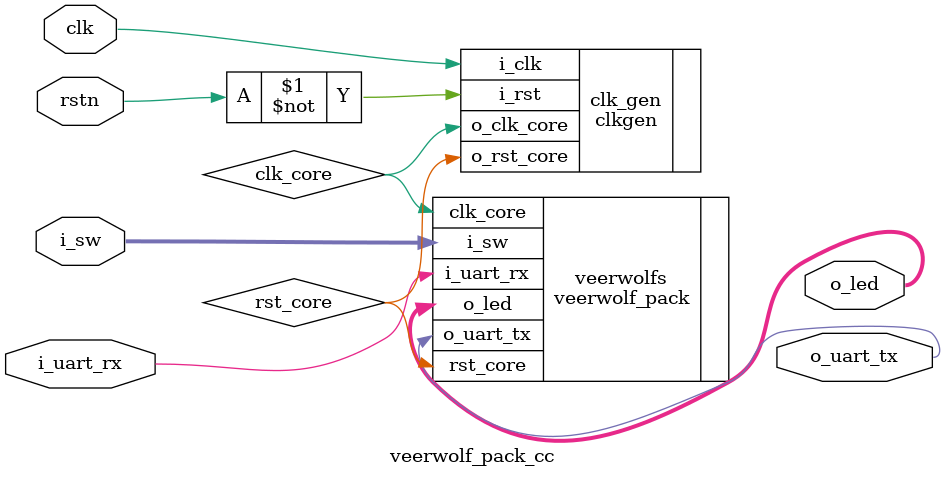
<source format=v>
`default_nettype none
module veerwolf_pack_cc
  #(parameter bootrom_file = "pack_rom.vh",
    parameter cpu_type = "EL2")
   (input wire 	       clk,
    input wire 	       rstn,
    input wire 	       i_uart_rx,
    output wire        o_uart_tx,
    input wire [15:0]  i_sw,
    output reg [15:0]  o_led);

   wire [63:0] 	       gpio_out;
   reg [15:0] 	       led_int_r;

   wire 	 clk_core;
   wire 	 rst_core;

   clkgen clk_gen
     (.i_clk (clk),
      .i_rst (~rstn),
      .o_clk_core (clk_core),
      .o_rst_core (rst_core));



   veerwolf_pack
     #(.pack_code (bootrom_file))
   veerwolfs
    (.clk_core (clk_core),
     .rst_core (rst_core),
     .i_uart_rx (i_uart_rx),
     .o_uart_tx (o_uart_tx),
     .i_sw (i_sw),
     .o_led (o_led));

endmodule

</source>
